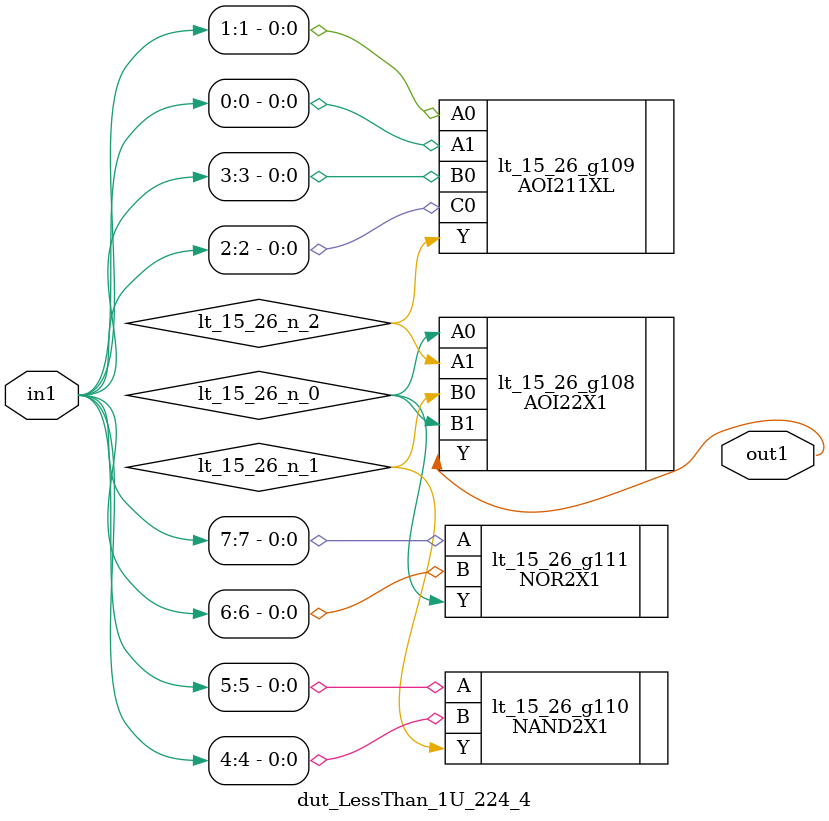
<source format=v>
`timescale 1ps / 1ps


module dut_LessThan_1U_224_4(in1, out1);
  input [7:0] in1;
  output out1;
  wire [7:0] in1;
  wire out1;
  wire lt_15_26_n_0, lt_15_26_n_1, lt_15_26_n_2;
  AOI22X1 lt_15_26_g108(.A0 (lt_15_26_n_0), .A1 (lt_15_26_n_2), .B0
       (lt_15_26_n_1), .B1 (lt_15_26_n_0), .Y (out1));
  AOI211XL lt_15_26_g109(.A0 (in1[1]), .A1 (in1[0]), .B0 (in1[3]), .C0
       (in1[2]), .Y (lt_15_26_n_2));
  NAND2X1 lt_15_26_g110(.A (in1[5]), .B (in1[4]), .Y (lt_15_26_n_1));
  NOR2X1 lt_15_26_g111(.A (in1[7]), .B (in1[6]), .Y (lt_15_26_n_0));
endmodule



</source>
